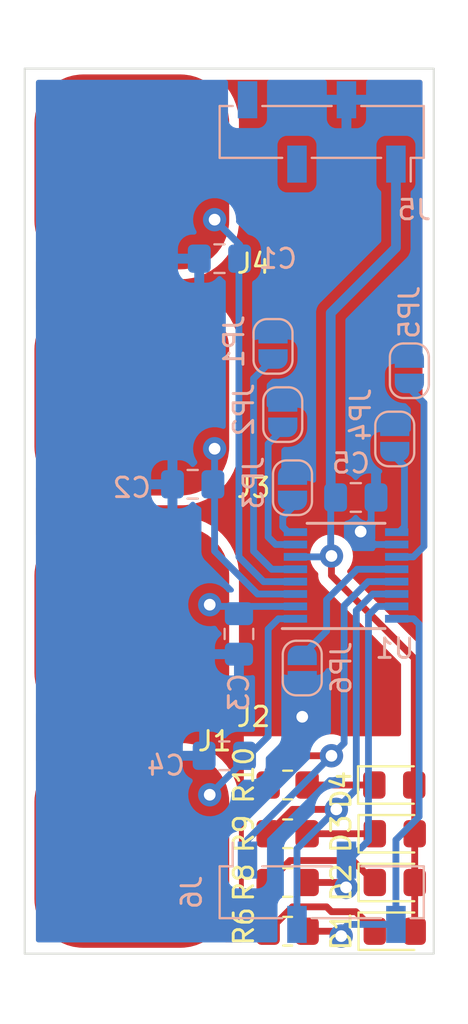
<source format=kicad_pcb>
(kicad_pcb (version 20211014) (generator pcbnew)
  (layers (0 "F.Cu" signal) (31 "B.Cu" signal) (34 "B.Paste" user) (35 "F.Paste" user) (36 "B.SilkS" user "B.Silkscreen") (37 "F.SilkS" user "F.Silkscreen") (38 "B.Mask" user) (39 "F.Mask" user) (44 "Edge.Cuts" user))
  (net 0 "")
  (net 1 "Net-(C1-Pad1)")
  (net 2 "GND")
  (net 3 "Net-(C2-Pad1)")
  (net 4 "Net-(C3-Pad1)")
  (net 5 "Net-(C4-Pad1)")
  (net 6 "+5V")
  (net 7 "Net-(D1-Pad1)")
  (net 8 "Net-(D2-Pad1)")
  (net 9 "Net-(D3-Pad1)")
  (net 10 "Net-(D4-Pad1)")
  (net 13 "Net-(J6-Pad1)")
  (net 14 "Net-(J6-Pad2)")
  (net 15 "Net-(J6-Pad3)")
  (net 16 "Net-(J6-Pad4)")
  (net 17 "Net-(JP1-Pad2)")
  (net 18 "Net-(JP2-Pad2)")
  (net 19 "Net-(JP3-Pad2)")
  (net 20 "Net-(JP4-Pad2)")
  (net 21 "Net-(JP5-Pad2)")
  (net 22 "Net-(JP6-Pad2)")
  (footprint "custom:cap_button" (layer "F.Cu") (at 105.5 55.3)
    (fp_text reference "J4" (at 6.25 4.7 unlocked) (layer "F.SilkS"))
    (fp_text value "Conn_01x01_Male")
    (pad "1" smd roundrect (at 0 0) (size 10 10) (layers "F.Cu" "F.Paste" "F.Mask") (net 1 "Net-(C1-Pad1)"))
  )
  (footprint "custom:cap_button" (layer "F.Cu") (at 105.5 90.1)
    (fp_text reference "J1" (at 4.25 -5.6 unlocked) (layer "F.SilkS"))
    (fp_text value "Conn_01x01_Male")
    (pad "1" smd roundrect (at 0 0) (size 10 10) (layers "F.Cu" "F.Paste" "F.Mask") (net 5 "Net-(C4-Pad1)"))
  )
  (footprint "Resistor_SMD:R_0805_2012Metric_Pad1.20x1.40mm_HandSolder" (layer "F.Cu") (at 113.5 94.25 180)
    (fp_text reference "R6" (at 2.25 0.25 90) (layer "F.SilkS"))
    (fp_text value "2.1K")
    (fp_line (start -0.227064 -0.735) (end 0.227064 -0.735) (layer "F.SilkS") (width 0.12))
    (fp_line (start -0.227064 0.735) (end 0.227064 0.735) (layer "F.SilkS") (width 0.12))
    (pad "1" smd roundrect (at -1 0 180) (size 1.2 1.4) (layers "F.Cu" "F.Paste" "F.Mask") (roundrect_rratio 0.208333) (net 16 "Net-(J6-Pad4)"))
    (pad "2" smd roundrect (at 1 0 180) (size 1.2 1.4) (layers "F.Cu" "F.Paste" "F.Mask") (roundrect_rratio 0.208333) (net 7 "Net-(D1-Pad1)"))
  )
  (footprint "custom:cap_button" (layer "F.Cu") (at 105.5 66.9)
    (fp_text reference "J3" (at 6.25 4.6 unlocked) (layer "F.SilkS"))
    (fp_text value "Conn_01x01_Male")
    (pad "1" smd roundrect (at 0 0) (size 10 10) (layers "F.Cu" "F.Paste" "F.Mask") (net 3 "Net-(C2-Pad1)"))
  )
  (footprint "Diode_SMD:D_0805_2012Metric_Pad1.15x1.40mm_HandSolder" (layer "F.Cu") (at 119 91.75)
    (fp_text reference "D2" (at -2.75 0 90) (layer "F.SilkS"))
    (fp_text value "LED")
    (fp_line (start 1 -0.96) (end -1.86 -0.96) (layer "F.SilkS") (width 0.12))
    (fp_line (start -1.86 -0.96) (end -1.86 0.96) (layer "F.SilkS") (width 0.12))
    (fp_line (start -1.86 0.96) (end 1 0.96) (layer "F.SilkS") (width 0.12))
    (pad "1" smd roundrect (at -1.025 0) (size 1.15 1.4) (layers "F.Cu" "F.Paste" "F.Mask") (roundrect_rratio 0.217391) (net 8 "Net-(D2-Pad1)"))
    (pad "2" smd roundrect (at 1.025 0) (size 1.15 1.4) (layers "F.Cu" "F.Paste" "F.Mask") (roundrect_rratio 0.217391) (net 6 "+5V"))
  )
  (footprint "Diode_SMD:D_0805_2012Metric_Pad1.15x1.40mm_HandSolder" (layer "F.Cu") (at 119 94.25)
    (fp_text reference "D1" (at -2.75 0 90) (layer "F.SilkS"))
    (fp_text value "LED")
    (fp_line (start 1 -0.96) (end -1.86 -0.96) (layer "F.SilkS") (width 0.12))
    (fp_line (start -1.86 0.96) (end 1 0.96) (layer "F.SilkS") (width 0.12))
    (fp_line (start -1.86 -0.96) (end -1.86 0.96) (layer "F.SilkS") (width 0.12))
    (pad "1" smd roundrect (at -1.025 0) (size 1.15 1.4) (layers "F.Cu" "F.Paste" "F.Mask") (roundrect_rratio 0.217391) (net 7 "Net-(D1-Pad1)"))
    (pad "2" smd roundrect (at 1.025 0) (size 1.15 1.4) (layers "F.Cu" "F.Paste" "F.Mask") (roundrect_rratio 0.217391) (net 6 "+5V"))
  )
  (footprint "Diode_SMD:D_0805_2012Metric_Pad1.15x1.40mm_HandSolder" (layer "F.Cu") (at 118.975 86.75)
    (fp_text reference "D4" (at -2.725 0.25 90) (layer "F.SilkS"))
    (fp_text value "LED")
    (fp_line (start -1.86 -0.96) (end -1.86 0.96) (layer "F.SilkS") (width 0.12))
    (fp_line (start 1 -0.96) (end -1.86 -0.96) (layer "F.SilkS") (width 0.12))
    (fp_line (start -1.86 0.96) (end 1 0.96) (layer "F.SilkS") (width 0.12))
    (pad "1" smd roundrect (at -1.025 0) (size 1.15 1.4) (layers "F.Cu" "F.Paste" "F.Mask") (roundrect_rratio 0.217391) (net 10 "Net-(D4-Pad1)"))
    (pad "2" smd roundrect (at 1.025 0) (size 1.15 1.4) (layers "F.Cu" "F.Paste" "F.Mask") (roundrect_rratio 0.217391) (net 6 "+5V"))
  )
  (footprint "custom:cap_button" (layer "F.Cu") (at 105.5 78.5)
    (fp_text reference "J2" (at 6.25 4.75 unlocked) (layer "F.SilkS"))
    (fp_text value "Conn_01x01_Male")
    (pad "1" smd roundrect (at 0 0) (size 10 10) (layers "F.Cu" "F.Paste" "F.Mask") (net 4 "Net-(C3-Pad1)"))
  )
  (footprint "Diode_SMD:D_0805_2012Metric_Pad1.15x1.40mm_HandSolder" (layer "F.Cu") (at 119 89.25)
    (fp_text reference "D3" (at -2.75 0 90) (layer "F.SilkS"))
    (fp_text value "LED")
    (fp_line (start -1.86 0.96) (end 1 0.96) (layer "F.SilkS") (width 0.12))
    (fp_line (start -1.86 -0.96) (end -1.86 0.96) (layer "F.SilkS") (width 0.12))
    (fp_line (start 1 -0.96) (end -1.86 -0.96) (layer "F.SilkS") (width 0.12))
    (pad "1" smd roundrect (at -1.025 0) (size 1.15 1.4) (layers "F.Cu" "F.Paste" "F.Mask") (roundrect_rratio 0.217391) (net 9 "Net-(D3-Pad1)"))
    (pad "2" smd roundrect (at 1.025 0) (size 1.15 1.4) (layers "F.Cu" "F.Paste" "F.Mask") (roundrect_rratio 0.217391) (net 6 "+5V"))
  )
  (footprint "Resistor_SMD:R_0805_2012Metric_Pad1.20x1.40mm_HandSolder" (layer "F.Cu") (at 113.5 91.75 180)
    (fp_text reference "R8" (at 2.25 0 90) (layer "F.SilkS"))
    (fp_text value "2.1K")
    (fp_line (start -0.227064 -0.735) (end 0.227064 -0.735) (layer "F.SilkS") (width 0.12))
    (fp_line (start -0.227064 0.735) (end 0.227064 0.735) (layer "F.SilkS") (width 0.12))
    (pad "1" smd roundrect (at -1 0 180) (size 1.2 1.4) (layers "F.Cu" "F.Paste" "F.Mask") (roundrect_rratio 0.208333) (net 15 "Net-(J6-Pad3)"))
    (pad "2" smd roundrect (at 1 0 180) (size 1.2 1.4) (layers "F.Cu" "F.Paste" "F.Mask") (roundrect_rratio 0.208333) (net 8 "Net-(D2-Pad1)"))
  )
  (footprint "Resistor_SMD:R_0805_2012Metric_Pad1.20x1.40mm_HandSolder" (layer "F.Cu") (at 113.5 89.25)
    (fp_text reference "R9" (at -2.25 0 90) (layer "F.SilkS"))
    (fp_text value "2.1K")
    (fp_line (start -0.227064 -0.735) (end 0.227064 -0.735) (layer "F.SilkS") (width 0.12))
    (fp_line (start -0.227064 0.735) (end 0.227064 0.735) (layer "F.SilkS") (width 0.12))
    (pad "1" smd roundrect (at -1 0) (size 1.2 1.4) (layers "F.Cu" "F.Paste" "F.Mask") (roundrect_rratio 0.208333) (net 14 "Net-(J6-Pad2)"))
    (pad "2" smd roundrect (at 1 0) (size 1.2 1.4) (layers "F.Cu" "F.Paste" "F.Mask") (roundrect_rratio 0.208333) (net 9 "Net-(D3-Pad1)"))
  )
  (footprint "Resistor_SMD:R_0805_2012Metric_Pad1.20x1.40mm_HandSolder" (layer "F.Cu") (at 113.5 86.75)
    (fp_text reference "R10" (at -2.25 -0.5 90) (layer "F.SilkS"))
    (fp_text value "2.1K")
    (fp_line (start -0.227064 0.735) (end 0.227064 0.735) (layer "F.SilkS") (width 0.12))
    (fp_line (start -0.227064 -0.735) (end 0.227064 -0.735) (layer "F.SilkS") (width 0.12))
    (pad "1" smd roundrect (at -1 0) (size 1.2 1.4) (layers "F.Cu" "F.Paste" "F.Mask") (roundrect_rratio 0.208333) (net 13 "Net-(J6-Pad1)"))
    (pad "2" smd roundrect (at 1 0) (size 1.2 1.4) (layers "F.Cu" "F.Paste" "F.Mask") (roundrect_rratio 0.208333) (net 10 "Net-(D4-Pad1)"))
  )
  (footprint "Connector_PinSocket_2.54mm:PinSocket_1x04_P2.54mm_Vertical_SMD_Pin1Left" (layer "B.Cu") (at 115.25 53.25 90)
    (fp_text reference "J5" (at -4 4.75 180) (layer "B.SilkS") (effects (justify mirror)))
    (fp_text value "Conn_01x04_Male")
    (fp_line (start 1.33 0.51) (end 1.33 -3.05) (layer "B.SilkS") (width 0.12))
    (fp_line (start -1.33 5.24) (end 1.33 5.24) (layer "B.SilkS") (width 0.12))
    (fp_line (start 1.33 5.24) (end 1.33 2.03) (layer "B.SilkS") (width 0.12))
    (fp_line (start -1.33 5.24) (end -1.33 4.57) (layer "B.SilkS") (width 0.12))
    (fp_line (start -1.33 -2.03) (end -1.33 -5.24) (layer "B.SilkS") (width 0.12))
    (fp_line (start 1.33 -4.57) (end 1.33 -5.24) (layer "B.SilkS") (width 0.12))
    (fp_line (start -1.33 -5.24) (end 1.33 -5.24) (layer "B.SilkS") (width 0.12))
    (fp_line (start -1.33 3.05) (end -1.33 -0.51) (layer "B.SilkS") (width 0.12))
    (fp_line (start -2.54 4.57) (end -1.33 4.57) (layer "B.SilkS") (width 0.12))
    (pad "1" smd rect (at -1.65 3.81 90) (size 1.9 1) (layers "B.Cu" "B.Paste" "B.Mask") (net 6 "+5V"))
    (pad "2" smd rect (at 1.65 1.27 90) (size 1.9 1) (layers "B.Cu" "B.Paste" "B.Mask") (net 2 "GND"))
    (pad "3" smd rect (at -1.65 -1.27 90) (size 1.9 1) (layers "B.Cu" "B.Paste" "B.Mask"))
    (pad "4" smd rect (at 1.65 -3.81 90) (size 1.9 1) (layers "B.Cu" "B.Paste" "B.Mask"))
  )
  (footprint "Capacitor_SMD:C_0805_2012Metric_Pad1.18x1.45mm_HandSolder" (layer "B.Cu") (at 111 79 -90)
    (fp_text reference "C3" (at 3 0 90) (layer "B.SilkS") (effects (justify mirror)))
    (fp_text value "15pF")
    (fp_line (start -0.261252 0.735) (end 0.261252 0.735) (layer "B.SilkS") (width 0.12))
    (fp_line (start -0.261252 -0.735) (end 0.261252 -0.735) (layer "B.SilkS") (width 0.12))
    (pad "1" smd roundrect (at -1.0375 0 270) (size 1.175 1.45) (layers "B.Cu" "B.Paste" "B.Mask") (roundrect_rratio 0.212766) (net 4 "Net-(C3-Pad1)"))
    (pad "2" smd roundrect (at 1.0375 0 270) (size 1.175 1.45) (layers "B.Cu" "B.Paste" "B.Mask") (roundrect_rratio 0.212766) (net 2 "GND"))
  )
  (footprint "Capacitor_SMD:C_0805_2012Metric_Pad1.18x1.45mm_HandSolder" (layer "B.Cu") (at 110.25 85.25 180)
    (fp_text reference "C4" (at 3 -0.5) (layer "B.SilkS") (effects (justify mirror)))
    (fp_text value "15pF")
    (fp_line (start -0.261252 0.735) (end 0.261252 0.735) (layer "B.SilkS") (width 0.12))
    (fp_line (start -0.261252 -0.735) (end 0.261252 -0.735) (layer "B.SilkS") (width 0.12))
    (pad "1" smd roundrect (at -1.0375 0 180) (size 1.175 1.45) (layers "B.Cu" "B.Paste" "B.Mask") (roundrect_rratio 0.212766) (net 5 "Net-(C4-Pad1)"))
    (pad "2" smd roundrect (at 1.0375 0 180) (size 1.175 1.45) (layers "B.Cu" "B.Paste" "B.Mask") (roundrect_rratio 0.212766) (net 2 "GND"))
  )
  (footprint "Jumper:SolderJumper-2_P1.3mm_Open_RoundedPad1.0x1.5mm" (layer "B.Cu") (at 113.75 71.5 -90)
    (fp_text reference "JP3" (at -0.25 2 90) (layer "B.SilkS") (effects (justify mirror)))
    (fp_text value "SolderJumper_2_Open")
    (fp_line (start -1.4 -0.3) (end -1.4 0.3) (layer "B.SilkS") (width 0.12))
    (fp_line (start 1.4 0.3) (end 1.4 -0.3) (layer "B.SilkS") (width 0.12))
    (fp_line (start -0.7 1) (end 0.7 1) (layer "B.SilkS") (width 0.12))
    (fp_line (start 0.7 -1) (end -0.7 -1) (layer "B.SilkS") (width 0.12))
    (fp_arc (start 1.4 0.3) (mid 1.194975 0.794975) (end 0.7 1) (layer "B.SilkS") (width 0.12))
    (fp_arc (start -1.4 -0.3) (mid -1.194975 -0.794975) (end -0.7 -1) (layer "B.SilkS") (width 0.12))
    (fp_arc (start 0.7 -1) (mid 1.194975 -0.794975) (end 1.4 -0.3) (layer "B.SilkS") (width 0.12))
    (fp_arc (start -0.7 1) (mid -1.194975 0.794975) (end -1.4 0.3) (layer "B.SilkS") (width 0.12))
    (pad "1" smd custom (at -0.65 0 270) (size 1 0.5) (layers "B.Cu" "B.Mask") (net 2 "GND") (options (clearance outline) (anchor rect)) (primitives (gr_circle (center 0 -0.25) (end 0.5 -0.25) (width 0) (fill yes)) (gr_circle (center 0 0.25) (end 0.5 0.25) (width 0) (fill yes)) (gr_poly (pts (xy 0.5 -0.75) (xy 0 -0.75) (xy 0 0.75) (xy 0.5 0.75)) (width 0) (fill yes))))
    (pad "2" smd custom (at 0.65 0 270) (size 1 0.5) (layers "B.Cu" "B.Mask") (net 19 "Net-(JP3-Pad2)") (options (clearance outline) (anchor rect)) (primitives (gr_circle (center 0 -0.25) (end 0.5 -0.25) (width 0) (fill yes)) (gr_circle (center 0 0.25) (end 0.5 0.25) (width 0) (fill yes)) (gr_poly (pts (xy 0 -0.75) (xy -0.5 -0.75) (xy -0.5 0.75) (xy 0 0.75)) (width 0) (fill yes))))
  )
  (footprint "Jumper:SolderJumper-2_P1.3mm_Open_RoundedPad1.0x1.5mm" (layer "B.Cu") (at 119.75 65.5 -90)
    (fp_text reference "JP5" (at -3 0 90) (layer "B.SilkS") (effects (justify mirror)))
    (fp_text value "SolderJumper_2_Open")
    (fp_line (start -0.7 1) (end 0.7 1) (layer "B.SilkS") (width 0.12))
    (fp_line (start 1.4 0.3) (end 1.4 -0.3) (layer "B.SilkS") (width 0.12))
    (fp_line (start 0.7 -1) (end -0.7 -1) (layer "B.SilkS") (width 0.12))
    (fp_line (start -1.4 -0.3) (end -1.4 0.3) (layer "B.SilkS") (width 0.12))
    (fp_arc (start -0.7 1) (mid -1.194975 0.794975) (end -1.4 0.3) (layer "B.SilkS") (width 0.12))
    (fp_arc (start -1.4 -0.3) (mid -1.194975 -0.794975) (end -0.7 -1) (layer "B.SilkS") (width 0.12))
    (fp_arc (start 1.4 0.3) (mid 1.194975 0.794975) (end 0.7 1) (layer "B.SilkS") (width 0.12))
    (fp_arc (start 0.7 -1) (mid 1.194975 -0.794975) (end 1.4 -0.3) (layer "B.SilkS") (width 0.12))
    (pad "1" smd custom (at -0.65 0 270) (size 1 0.5) (layers "B.Cu" "B.Mask") (net 2 "GND") (options (clearance outline) (anchor rect)) (primitives (gr_circle (center 0 -0.25) (end 0.5 -0.25) (width 0) (fill yes)) (gr_circle (center 0 0.25) (end 0.5 0.25) (width 0) (fill yes)) (gr_poly (pts (xy 0.5 -0.75) (xy 0 -0.75) (xy 0 0.75) (xy 0.5 0.75)) (width 0) (fill yes))))
    (pad "2" smd custom (at 0.65 0 270) (size 1 0.5) (layers "B.Cu" "B.Mask") (net 21 "Net-(JP5-Pad2)") (options (clearance outline) (anchor rect)) (primitives (gr_circle (center 0 -0.25) (end 0.5 -0.25) (width 0) (fill yes)) (gr_circle (center 0 0.25) (end 0.5 0.25) (width 0) (fill yes)) (gr_poly (pts (xy 0 -0.75) (xy -0.5 -0.75) (xy -0.5 0.75) (xy 0 0.75)) (width 0) (fill yes))))
  )
  (footprint "Jumper:SolderJumper-2_P1.3mm_Open_RoundedPad1.0x1.5mm" (layer "B.Cu") (at 119 69 -90)
    (fp_text reference "JP4" (at -1.25 1.75 -90) (layer "B.SilkS") (effects (justify mirror)))
    (fp_text value "SolderJumper_2_Open")
    (fp_line (start 0.7 -1) (end -0.7 -1) (layer "B.SilkS") (width 0.12))
    (fp_line (start -1.4 -0.3) (end -1.4 0.3) (layer "B.SilkS") (width 0.12))
    (fp_line (start 1.4 0.3) (end 1.4 -0.3) (layer "B.SilkS") (width 0.12))
    (fp_line (start -0.7 1) (end 0.7 1) (layer "B.SilkS") (width 0.12))
    (fp_arc (start 1.4 0.3) (mid 1.194975 0.794975) (end 0.7 1) (layer "B.SilkS") (width 0.12))
    (fp_arc (start -1.4 -0.3) (mid -1.194975 -0.794975) (end -0.7 -1) (layer "B.SilkS") (width 0.12))
    (fp_arc (start 0.7 -1) (mid 1.194975 -0.794975) (end 1.4 -0.3) (layer "B.SilkS") (width 0.12))
    (fp_arc (start -0.7 1) (mid -1.194975 0.794975) (end -1.4 0.3) (layer "B.SilkS") (width 0.12))
    (pad "1" smd custom (at -0.65 0 270) (size 1 0.5) (layers "B.Cu" "B.Mask") (net 2 "GND") (options (clearance outline) (anchor rect)) (primitives (gr_circle (center 0 -0.25) (end 0.5 -0.25) (width 0) (fill yes)) (gr_circle (center 0 0.25) (end 0.5 0.25) (width 0) (fill yes)) (gr_poly (pts (xy 0.5 -0.75) (xy 0 -0.75) (xy 0 0.75) (xy 0.5 0.75)) (width 0) (fill yes))))
    (pad "2" smd custom (at 0.65 0 270) (size 1 0.5) (layers "B.Cu" "B.Mask") (net 20 "Net-(JP4-Pad2)") (options (clearance outline) (anchor rect)) (primitives (gr_circle (center 0 -0.25) (end 0.5 -0.25) (width 0) (fill yes)) (gr_circle (center 0 0.25) (end 0.5 0.25) (width 0) (fill yes)) (gr_poly (pts (xy 0 -0.75) (xy -0.5 -0.75) (xy -0.5 0.75) (xy 0 0.75)) (width 0) (fill yes))))
  )
  (footprint "Connector_PinSocket_2.54mm:PinSocket_1x04_P2.54mm_Vertical_SMD_Pin1Left" (layer "B.Cu") (at 115.25 92.25 -90)
    (fp_text reference "J6" (at 0 6.68 90) (layer "B.SilkS") (effects (justify mirror)))
    (fp_text value "Conn_01x04_Male")
    (fp_line (start 1.33 0.51) (end 1.33 -3.05) (layer "B.SilkS") (width 0.12))
    (fp_line (start -2.54 4.57) (end -1.33 4.57) (layer "B.SilkS") (width 0.12))
    (fp_line (start 1.33 -4.57) (end 1.33 -5.24) (layer "B.SilkS") (width 0.12))
    (fp_line (start -1.33 5.24) (end -1.33 4.57) (layer "B.SilkS") (width 0.12))
    (fp_line (start -1.33 -2.03) (end -1.33 -5.24) (layer "B.SilkS") (width 0.12))
    (fp_line (start -1.33 5.24) (end 1.33 5.24) (layer "B.SilkS") (width 0.12))
    (fp_line (start -1.33 3.05) (end -1.33 -0.51) (layer "B.SilkS") (width 0.12))
    (fp_line (start 1.33 5.24) (end 1.33 2.03) (layer "B.SilkS") (width 0.12))
    (fp_line (start -1.33 -5.24) (end 1.33 -5.24) (layer "B.SilkS") (width 0.12))
    (pad "1" smd rect (at -1.65 3.81 270) (size 1.9 1) (layers "B.Cu" "B.Paste" "B.Mask") (net 13 "Net-(J6-Pad1)"))
    (pad "2" smd rect (at 1.65 1.27 270) (size 1.9 1) (layers "B.Cu" "B.Paste" "B.Mask") (net 14 "Net-(J6-Pad2)"))
    (pad "3" smd rect (at -1.65 -1.27 270) (size 1.9 1) (layers "B.Cu" "B.Paste" "B.Mask") (net 15 "Net-(J6-Pad3)"))
    (pad "4" smd rect (at 1.65 -3.81 270) (size 1.9 1) (layers "B.Cu" "B.Paste" "B.Mask") (net 16 "Net-(J6-Pad4)"))
  )
  (footprint "Jumper:SolderJumper-2_P1.3mm_Open_RoundedPad1.0x1.5mm" (layer "B.Cu") (at 114.25 80.75 90)
    (fp_text reference "JP6" (at 0 2 90) (layer "B.SilkS") (effects (justify mirror)))
    (fp_text value "SolderJumper_2_Open")
    (fp_line (start 0.7 -1) (end -0.7 -1) (layer "B.SilkS") (width 0.12))
    (fp_line (start -0.7 1) (end 0.7 1) (layer "B.SilkS") (width 0.12))
    (fp_line (start 1.4 0.3) (end 1.4 -0.3) (layer "B.SilkS") (width 0.12))
    (fp_line (start -1.4 -0.3) (end -1.4 0.3) (layer "B.SilkS") (width 0.12))
    (fp_arc (start 0.7 -1) (mid 1.194975 -0.794975) (end 1.4 -0.3) (layer "B.SilkS") (width 0.12))
    (fp_arc (start 1.4 0.3) (mid 1.194975 0.794975) (end 0.7 1) (layer "B.SilkS") (width 0.12))
    (fp_arc (start -1.4 -0.3) (mid -1.194975 -0.794975) (end -0.7 -1) (layer "B.SilkS") (width 0.12))
    (fp_arc (start -0.7 1) (mid -1.194975 0.794975) (end -1.4 0.3) (layer "B.SilkS") (width 0.12))
    (pad "1" smd custom (at -0.65 0 90) (size 1 0.5) (layers "B.Cu" "B.Mask") (net 2 "GND") (options (clearance outline) (anchor rect)) (primitives (gr_circle (center 0 -0.25) (end 0.5 -0.25) (width 0) (fill yes)) (gr_circle (center 0 0.25) (end 0.5 0.25) (width 0) (fill yes)) (gr_poly (pts (xy 0.5 -0.75) (xy 0 -0.75) (xy 0 0.75) (xy 0.5 0.75)) (width 0) (fill yes))))
    (pad "2" smd custom (at 0.65 0 90) (size 1 0.5) (layers "B.Cu" "B.Mask") (net 22 "Net-(JP6-Pad2)") (options (clearance outline) (anchor rect)) (primitives (gr_circle (center 0 -0.25) (end 0.5 -0.25) (width 0) (fill yes)) (gr_circle (center 0 0.25) (end 0.5 0.25) (width 0) (fill yes)) (gr_poly (pts (xy 0 -0.75) (xy -0.5 -0.75) (xy -0.5 0.75) (xy 0 0.75)) (width 0) (fill yes))))
  )
  (footprint "Capacitor_SMD:C_0805_2012Metric_Pad1.18x1.45mm_HandSolder" (layer "B.Cu") (at 108.625 71.325 180)
    (fp_text reference "C2" (at 3.125 -0.175 180) (layer "B.SilkS") (effects (justify mirror)))
    (fp_text value "15pF")
    (fp_line (start -0.261252 -0.735) (end 0.261252 -0.735) (layer "B.SilkS") (width 0.12))
    (fp_line (start -0.261252 0.735) (end 0.261252 0.735) (layer "B.SilkS") (width 0.12))
    (pad "1" smd roundrect (at -1.0375 0 180) (size 1.175 1.45) (layers "B.Cu" "B.Paste" "B.Mask") (roundrect_rratio 0.212766) (net 3 "Net-(C2-Pad1)"))
    (pad "2" smd roundrect (at 1.0375 0 180) (size 1.175 1.45) (layers "B.Cu" "B.Paste" "B.Mask") (roundrect_rratio 0.212766) (net 2 "GND"))
  )
  (footprint "Jumper:SolderJumper-2_P1.3mm_Open_RoundedPad1.0x1.5mm" (layer "B.Cu") (at 112.75 64.25 -90)
    (fp_text reference "JP1" (at -0.25 2 -90) (layer "B.SilkS") (effects (justify mirror)))
    (fp_text value "SolderJumper_2_Open")
    (fp_line (start 0.7 -1) (end -0.7 -1) (layer "B.SilkS") (width 0.12))
    (fp_line (start -0.7 1) (end 0.7 1) (layer "B.SilkS") (width 0.12))
    (fp_line (start -1.4 -0.3) (end -1.4 0.3) (layer "B.SilkS") (width 0.12))
    (fp_line (start 1.4 0.3) (end 1.4 -0.3) (layer "B.SilkS") (width 0.12))
    (fp_arc (start -0.7 1) (mid -1.194975 0.794975) (end -1.4 0.3) (layer "B.SilkS") (width 0.12))
    (fp_arc (start -1.4 -0.3) (mid -1.194975 -0.794975) (end -0.7 -1) (layer "B.SilkS") (width 0.12))
    (fp_arc (start 1.4 0.3) (mid 1.194975 0.794975) (end 0.7 1) (layer "B.SilkS") (width 0.12))
    (fp_arc (start 0.7 -1) (mid 1.194975 -0.794975) (end 1.4 -0.3) (layer "B.SilkS") (width 0.12))
    (pad "1" smd custom (at -0.65 0 270) (size 1 0.5) (layers "B.Cu" "B.Mask") (net 2 "GND") (options (clearance outline) (anchor rect)) (primitives (gr_circle (center 0 -0.25) (end 0.5 -0.25) (width 0) (fill yes)) (gr_circle (center 0 0.25) (end 0.5 0.25) (width 0) (fill yes)) (gr_poly (pts (xy 0.5 -0.75) (xy 0 -0.75) (xy 0 0.75) (xy 0.5 0.75)) (width 0) (fill yes))))
    (pad "2" smd custom (at 0.65 0 270) (size 1 0.5) (layers "B.Cu" "B.Mask") (net 17 "Net-(JP1-Pad2)") (options (clearance outline) (anchor rect)) (primitives (gr_circle (center 0 -0.25) (end 0.5 -0.25) (width 0) (fill yes)) (gr_circle (center 0 0.25) (end 0.5 0.25) (width 0) (fill yes)) (gr_poly (pts (xy 0 -0.75) (xy -0.5 -0.75) (xy -0.5 0.75) (xy 0 0.75)) (width 0) (fill yes))))
  )
  (footprint "Package_SO:SSOP-16_3.9x4.9mm_P0.635mm" (layer "B.Cu") (at 116.5 76)
    (fp_text reference "U1" (at 2.5 3.75) (layer "B.SilkS") (effects (justify mirror)))
    (fp_text value "TTP224N-BSB")
    (fp_line (start -2 -2.675) (end 2 -2.675) (layer "B.SilkS") (width 0.15))
    (fp_line (start -3.275 2.725) (end 2 2.725) (layer "B.SilkS") (width 0.15))
    (pad "1" smd rect (at -2.6 2.2225) (size 1.2 0.4) (layers "B.Cu" "B.Paste" "B.Mask") (net 5 "Net-(C4-Pad1)"))
    (pad "2" smd rect (at -2.6 1.5875) (size 1.2 0.4) (layers "B.Cu" "B.Paste" "B.Mask") (net 4 "Net-(C3-Pad1)"))
    (pad "3" smd rect (at -2.6 0.9525) (size 1.2 0.4) (layers "B.Cu" "B.Paste" "B.Mask") (net 3 "Net-(C2-Pad1)"))
    (pad "4" smd rect (at -2.6 0.3175) (size 1.2 0.4) (layers "B.Cu" "B.Paste" "B.Mask") (net 1 "Net-(C1-Pad1)"))
    (pad "5" smd rect (at -2.6 -0.3175) (size 1.2 0.4) (layers "B.Cu" "B.Paste" "B.Mask") (net 17 "Net-(JP1-Pad2)"))
    (pad "6" smd rect (at -2.6 -0.9525) (size 1.2 0.4) (layers "B.Cu" "B.Paste" "B.Mask") (net 6 "+5V"))
    (pad "7" smd rect (at -2.6 -1.5875) (size 1.2 0.4) (layers "B.Cu" "B.Paste" "B.Mask") (net 18 "Net-(JP2-Pad2)"))
    (pad "8" smd rect (at -2.6 -2.2225) (size 1.2 0.4) (layers "B.Cu" "B.Paste" "B.Mask") (net 19 "Net-(JP3-Pad2)"))
    (pad "9" smd rect (at 2.6 -2.2225) (size 1.2 0.4) (layers "B.Cu" "B.Paste" "B.Mask") (net 20 "Net-(JP4-Pad2)"))
    (pad "10" smd rect (at 2.6 -1.5875) (size 1.2 0.4) (layers "B.Cu" "B.Paste" "B.Mask") (net 2 "GND"))
    (pad "11" smd rect (at 2.6 -0.9525) (size 1.2 0.4) (layers "B.Cu" "B.Paste" "B.Mask") (net 21 "Net-(JP5-Pad2)"))
    (pad "12" smd rect (at 2.6 -0.3175) (size 1.2 0.4) (layers "B.Cu" "B.Paste" "B.Mask") (net 22 "Net-(JP6-Pad2)"))
    (pad "13" smd rect (at 2.6 0.3175) (size 1.2 0.4) (layers "B.Cu" "B.Paste" "B.Mask") (net 13 "Net-(J6-Pad1)"))
    (pad "14" smd rect (at 2.6 0.9525) (size 1.2 0.4) (layers "B.Cu" "B.Paste" "B.Mask") (net 14 "Net-(J6-Pad2)"))
    (pad "15" smd rect (at 2.6 1.5875) (size 1.2 0.4) (layers "B.Cu" "B.Paste" "B.Mask") (net 15 "Net-(J6-Pad3)"))
    (pad "16" smd rect (at 2.6 2.2225) (size 1.2 0.4) (layers "B.Cu" "B.Paste" "B.Mask") (net 16 "Net-(J6-Pad4)"))
  )
  (footprint "Capacitor_SMD:C_0805_2012Metric_Pad1.18x1.45mm_HandSolder" (layer "B.Cu") (at 117 72)
    (fp_text reference "C5" (at -0.25 -1.75) (layer "B.SilkS") (effects (justify mirror)))
    (fp_text value "100nF 50V")
    (fp_line (start -0.261252 -0.735) (end 0.261252 -0.735) (layer "B.SilkS") (width 0.12))
    (fp_line (start -0.261252 0.735) (end 0.261252 0.735) (layer "B.SilkS") (width 0.12))
    (pad "1" smd roundrect (at -1.0375 0) (size 1.175 1.45) (layers "B.Cu" "B.Paste" "B.Mask") (roundrect_rratio 0.212766) (net 6 "+5V"))
    (pad "2" smd roundrect (at 1.0375 0) (size 1.175 1.45) (layers "B.Cu" "B.Paste" "B.Mask") (roundrect_rratio 0.212766) (net 2 "GND"))
  )
  (footprint "Jumper:SolderJumper-2_P1.3mm_Open_RoundedPad1.0x1.5mm" (layer "B.Cu") (at 113.25 67.75 -90)
    (fp_text reference "JP2" (at -0.25 2 -90) (layer "B.SilkS") (effects (justify mirror)))
    (fp_text value "SolderJumper_2_Open")
    (fp_line (start 0.7 -1) (end -0.7 -1) (layer "B.SilkS") (width 0.12))
    (fp_line (start -0.7 1) (end 0.7 1) (layer "B.SilkS") (width 0.12))
    (fp_line (start 1.4 0.3) (end 1.4 -0.3) (layer "B.SilkS") (width 0.12))
    (fp_line (start -1.4 -0.3) (end -1.4 0.3) (layer "B.SilkS") (width 0.12))
    (fp_arc (start -1.4 -0.3) (mid -1.194975 -0.794975) (end -0.7 -1) (layer "B.SilkS") (width 0.12))
    (fp_arc (start 1.4 0.3) (mid 1.194975 0.794975) (end 0.7 1) (layer "B.SilkS") (width 0.12))
    (fp_arc (start 0.7 -1) (mid 1.194975 -0.794975) (end 1.4 -0.3) (layer "B.SilkS") (width 0.12))
    (fp_arc (start -0.7 1) (mid -1.194975 0.794975) (end -1.4 0.3) (layer "B.SilkS") (width 0.12))
    (pad "1" smd custom (at -0.65 0 270) (size 1 0.5) (layers "B.Cu" "B.Mask") (net 2 "GND") (options (clearance outline) (anchor rect)) (primitives (gr_circle (center 0 -0.25) (end 0.5 -0.25) (width 0) (fill yes)) (gr_circle (center 0 0.25) (end 0.5 0.25) (width 0) (fill yes)) (gr_poly (pts (xy 0.5 -0.75) (xy 0 -0.75) (xy 0 0.75) (xy 0.5 0.75)) (width 0) (fill yes))))
    (pad "2" smd custom (at 0.65 0 270) (size 1 0.5) (layers "B.Cu" "B.Mask") (net 18 "Net-(JP2-Pad2)") (options (clearance outline) (anchor rect)) (primitives (gr_circle (center 0 -0.25) (end 0.5 -0.25) (width 0) (fill yes)) (gr_circle (center 0 0.25) (end 0.5 0.25) (width 0) (fill yes)) (gr_poly (pts (xy 0 -0.75) (xy -0.5 -0.75) (xy -0.5 0.75) (xy 0 0.75)) (width 0) (fill yes))))
  )
  (footprint "Capacitor_SMD:C_0805_2012Metric_Pad1.18x1.45mm_HandSolder" (layer "B.Cu") (at 110 59.75 180)
    (fp_text reference "C1" (at -3 0 180) (layer "B.SilkS") (effects (justify mirror)))
    (fp_text value "15pF")
    (fp_line (start -0.261252 -0.735) (end 0.261252 -0.735) (layer "B.SilkS") (width 0.12))
    (fp_line (start -0.261252 0.735) (end 0.261252 0.735) (layer "B.SilkS") (width 0.12))
    (pad "1" smd roundrect (at -1.0375 0 180) (size 1.175 1.45) (layers "B.Cu" "B.Paste" "B.Mask") (roundrect_rratio 0.212766) (net 1 "Net-(C1-Pad1)"))
    (pad "2" smd roundrect (at 1.0375 0 180) (size 1.175 1.45) (layers "B.Cu" "B.Paste" "B.Mask") (roundrect_rratio 0.212766) (net 2 "GND"))
  )
  (gr_line (start 121 95.4) (end 100 95.4) (layer "Edge.Cuts") (width 0.1))
  (gr_line (start 100 50) (end 121 50) (layer "Edge.Cuts") (width 0.1))
  (gr_line (start 121 95) (end 121 95.4) (layer "Edge.Cuts") (width 0.1))
  (gr_line (start 121 50) (end 121 95) (layer "Edge.Cuts") (width 0.1))
  (gr_line (start 100 95.4) (end 100 50) (layer "Edge.Cuts") (width 0.1))
  (via (at 109.75 57.75) (size 1.2) (drill 0.6) (layers "F.Cu" "B.Cu") (net 1))
  (segment (start 111.0375 59.75) (end 111.0375 59.0375) (width 0.35) (layer "B.Cu") (net 1))
  (segment (start 112.2675 76.3175) (end 113.65 76.3175) (width 0.35) (layer "B.Cu") (net 1))
  (segment (start 111.0375 59.0375) (end 109.75 57.75) (width 0.35) (layer "B.Cu") (net 1))
  (segment (start 111 75.05) (end 112.2675 76.3175) (width 0.35) (layer "B.Cu") (net 1))
  (segment (start 111 59.7875) (end 111 75.05) (width 0.35) (layer "B.Cu") (net 1))
  (via (at 117.25 73.75) (size 1.2) (drill 0.6) (layers "F.Cu" "B.Cu") (net 2))
  (via (at 114.25 83.25) (size 1.2) (drill 0.6) (layers "F.Cu" "B.Cu") (net 2))
  (segment (start 117.25 73.75) (end 117.7875 73.2125) (width 0.35) (layer "B.Cu") (net 2))
  (segment (start 117.9125 74.4125) (end 117.25 73.75) (width 0.35) (layer "B.Cu") (net 2))
  (segment (start 119.1 74.4125) (end 117.9125 74.4125) (width 0.35) (layer "B.Cu") (net 2))
  (segment (start 117.7875 73.2125) (end 117.7875 72) (width 0.35) (layer "B.Cu") (net 2))
  (segment (start 109.75 69.5) (end 108.1 69.5) (width 0.35) (layer "F.Cu") (net 3))
  (segment (start 108.1 69.5) (end 105.5 66.9) (width 0.35) (layer "F.Cu") (net 3))
  (via (at 109.75 69.5) (size 1.2) (drill 0.6) (layers "F.Cu" "B.Cu") (net 3))
  (segment (start 111.9525 76.9525) (end 109.75 74.75) (width 0.35) (layer "B.Cu") (net 3))
  (segment (start 113.65 76.9525) (end 111.9525 76.9525) (width 0.35) (layer "B.Cu") (net 3))
  (segment (start 109.75 74.75) (end 109.75 69.5) (width 0.35) (layer "B.Cu") (net 3))
  (segment (start 106.5 77.5) (end 105.5 78.5) (width 0.35) (layer "F.Cu") (net 4))
  (segment (start 109.5 77.5) (end 106.5 77.5) (width 0.35) (layer "F.Cu") (net 4))
  (via (at 109.5 77.5) (size 1.2) (drill 0.6) (layers "F.Cu" "B.Cu") (net 4))
  (segment (start 113.65 77.5875) (end 109.5875 77.5875) (width 0.35) (layer "B.Cu") (net 4))
  (segment (start 109.5875 77.5875) (end 109.5 77.5) (width 0.35) (layer "B.Cu") (net 4))
  (segment (start 108.35 87.25) (end 105.5 90.1) (width 0.35) (layer "F.Cu") (net 5))
  (segment (start 109.5 87.25) (end 108.35 87.25) (width 0.35) (layer "F.Cu") (net 5))
  (via (at 109.5 87.25) (size 1.2) (drill 0.6) (layers "F.Cu" "B.Cu") (net 5))
  (segment (start 112.5 78.75) (end 112.5 84.25) (width 0.35) (layer "B.Cu") (net 5))
  (segment (start 112.5 84.25) (end 109.5 87.25) (width 0.35) (layer "B.Cu") (net 5))
  (segment (start 113.65 78.2225) (end 113.0275 78.2225) (width 0.35) (layer "B.Cu") (net 5))
  (segment (start 113.0275 78.2225) (end 112.5 78.75) (width 0.35) (layer "B.Cu") (net 5))
  (segment (start 120.025 86.775) (end 120 86.75) (width 0.35) (layer "F.Cu") (net 6))
  (segment (start 115.75 76) (end 115.75 75) (width 0.35) (layer "F.Cu") (net 6))
  (segment (start 120 80.25) (end 115.75 76) (width 0.35) (layer "F.Cu") (net 6))
  (segment (start 120 86.75) (end 120 80.25) (width 0.35) (layer "F.Cu") (net 6))
  (segment (start 120.025 94.25) (end 120.025 86.775) (width 0.35) (layer "F.Cu") (net 6))
  (via (at 115.75 75) (size 1.2) (drill 0.6) (layers "F.Cu" "B.Cu") (net 6))
  (segment (start 115.7125 72) (end 115.7125 62.5375) (width 0.5) (layer "B.Cu") (net 6))
  (segment (start 115.7125 74.9625) (end 115.75 75) (width 0.35) (layer "B.Cu") (net 6))
  (segment (start 115.7125 62.5375) (end 119.06 59.19) (width 0.5) (layer "B.Cu") (net 6))
  (segment (start 119.06 59.19) (end 119.06 54.9) (width 0.5) (layer "B.Cu") (net 6))
  (segment (start 115.7125 72) (end 115.7125 74.9625) (width 0.35) (layer "B.Cu") (net 6))
  (segment (start 114 75.0475) (end 115.8025 75.0475) (width 0.35) (layer "B.Cu") (net 6))
  (segment (start 117 93.25) (end 117.975 94.225) (width 0.35) (layer "F.Cu") (net 7))
  (segment (start 115.75 93.25) (end 117 93.25) (width 0.35) (layer "F.Cu") (net 7))
  (segment (start 112.5 94.25) (end 113.75 93) (width 0.35) (layer "F.Cu") (net 7))
  (segment (start 113.75 93) (end 115.5 93) (width 0.35) (layer "F.Cu") (net 7))
  (segment (start 115.5 93) (end 115.75 93.25) (width 0.35) (layer "F.Cu") (net 7))
  (segment (start 117.975 94.225) (end 117.975 94.25) (width 0.35) (layer "F.Cu") (net 7))
  (segment (start 113.625001 90.624999) (end 116.849999 90.624999) (width 0.35) (layer "F.Cu") (net 8))
  (segment (start 116.849999 90.624999) (end 117.975 91.75) (width 0.35) (layer "F.Cu") (net 8))
  (segment (start 112.5 91.75) (end 113.625001 90.624999) (width 0.35) (layer "F.Cu") (net 8))
  (segment (start 114.5 89.25) (end 117.975 89.25) (width 0.35) (layer "F.Cu") (net 9))
  (segment (start 114.5 86.75) (end 117.95 86.75) (width 0.35) (layer "F.Cu") (net 10))
  (segment (start 112.5 86) (end 113.25 85.25) (width 0.35) (layer "F.Cu") (net 13))
  (segment (start 112.5 86.75) (end 112.5 86) (width 0.35) (layer "F.Cu") (net 13))
  (segment (start 113.25 85.25) (end 115.75 85.25) (width 0.35) (layer "F.Cu") (net 13))
  (via (at 115.75 85.25) (size 1.2) (drill 0.6) (layers "F.Cu" "B.Cu") (net 13))
  (segment (start 119.1 76.3175) (end 117.6325 76.3175) (width 0.35) (layer "B.Cu") (net 13))
  (segment (start 116.4 77.55) (end 116.4 84.6) (width 0.35) (layer "B.Cu") (net 13))
  (segment (start 116.4 84.6) (end 115.75 85.25) (width 0.35) (layer "B.Cu") (net 13))
  (segment (start 115.75 85.25) (end 111.44 89.56) (width 0.35) (layer "B.Cu") (net 13))
  (segment (start 117.6325 76.3175) (end 116.4 77.55) (width 0.35) (layer "B.Cu") (net 13))
  (segment (start 111.44 89.56) (end 111.44 90.6) (width 0.35) (layer "B.Cu") (net 13))
  (segment (start 113.75 88) (end 115.750137 88) (width 0.35) (layer "F.Cu") (net 14))
  (segment (start 112.5 89.25) (end 113.75 88) (width 0.35) (layer "F.Cu") (net 14))
  (segment (start 115.750137 88) (end 115.975637 88.2255) (width 0.35) (layer "F.Cu") (net 14))
  (via (at 116 88) (size 1.2) (drill 0.6) (layers "F.Cu" "B.Cu") (net 14))
  (segment (start 115 89) (end 117.025 86.975) (width 0.35) (layer "B.Cu") (net 14))
  (segment (start 116 88) (end 113.98 90.02) (width 0.35) (layer "B.Cu") (net 14))
  (segment (start 117.025 77.8) (end 117.025 86.975) (width 0.35) (layer "B.Cu") (net 14))
  (segment (start 117.8725 76.9525) (end 117.025 77.8) (width 0.35) (layer "B.Cu") (net 14))
  (segment (start 113.98 90.02) (end 113.98 93.9) (width 0.35) (layer "B.Cu") (net 14))
  (segment (start 119.1 76.9525) (end 117.8725 76.9525) (width 0.35) (layer "B.Cu") (net 14))
  (segment (start 114.5 91.75) (end 116.25 91.75) (width 0.35) (layer "F.Cu") (net 15))
  (segment (start 116.25 91.75) (end 116.5 92) (width 0.35) (layer "F.Cu") (net 15))
  (via (at 116.5 92) (size 1.2) (drill 0.6) (layers "F.Cu" "B.Cu") (net 15))
  (segment (start 118.105 77.5875) (end 117.65 78.0425) (width 0.35) (layer "B.Cu") (net 15))
  (segment (start 117.65 78.0425) (end 117.65 89.6) (width 0.35) (layer "B.Cu") (net 15))
  (segment (start 116.52 90.6) (end 116.52 91.98) (width 0.35) (layer "B.Cu") (net 15))
  (segment (start 117.65 89.6) (end 116.65 90.6) (width 0.35) (layer "B.Cu") (net 15))
  (segment (start 119.1 77.5875) (end 118.105 77.5875) (width 0.35) (layer "B.Cu") (net 15))
  (segment (start 116.65 90.6) (end 116.52 90.6) (width 0.35) (layer "B.Cu") (net 15))
  (segment (start 116.52 91.98) (end 116.5 92) (width 0.35) (layer "B.Cu") (net 15))
  (segment (start 114.5 94.25) (end 116.25 94.25) (width 0.35) (layer "F.Cu") (net 16))
  (via (at 116.25 94.5) (size 1.2) (drill 0.6) (layers "F.Cu" "B.Cu") (net 16))
  (segment (start 119.9725 78.2225) (end 119.1 78.2225) (width 0.35) (layer "B.Cu") (net 16))
  (segment (start 119.06 93.9) (end 116.6 93.9) (width 0.35) (layer "B.Cu") (net 16))
  (segment (start 119.06 93.9) (end 119.06 89.56) (width 0.35) (layer "B.Cu") (net 16))
  (segment (start 116.6 93.9) (end 116.25 94.25) (width 0.35) (layer "B.Cu") (net 16))
  (segment (start 120.25 88.37) (end 120.25 78.5) (width 0.35) (layer "B.Cu") (net 16))
  (segment (start 119.06 89.56) (end 120.25 88.37) (width 0.35) (layer "B.Cu") (net 16))
  (segment (start 120.25 78.5) (end 119.9725 78.2225) (width 0.35) (layer "B.Cu") (net 16))
  (segment (start 113.9 75.6825) (end 112.6825 75.6825) (width 0.35) (layer "B.Cu") (net 17))
  (segment (start 111.75 65.9) (end 112.75 64.9) (width 0.35) (layer "B.Cu") (net 17))
  (segment (start 111.75 74.75) (end 111.75 65.9) (width 0.35) (layer "B.Cu") (net 17))
  (segment (start 112.6825 75.6825) (end 111.75 74.75) (width 0.35) (layer "B.Cu") (net 17))
  (segment (start 113.9 74.4125) (end 112.885 74.4125) (width 0.35) (layer "B.Cu") (net 18))
  (segment (start 112.885 74.4125) (end 112.5 74.0275) (width 0.35) (layer "B.Cu") (net 18))
  (segment (start 113.25 68.5) (end 113.25 68.4) (width 0.35) (layer "B.Cu") (net 18))
  (segment (start 112.5 74.0275) (end 112.5 69.25) (width 0.35) (layer "B.Cu") (net 18))
  (segment (start 112.5 69.25) (end 113.25 68.5) (width 0.35) (layer "B.Cu") (net 18))
  (segment (start 113.25 73) (end 113.25 73.5) (width 0.35) (layer "B.Cu") (net 19))
  (segment (start 113.25 73) (end 113.75 72.5) (width 0.35) (layer "B.Cu") (net 19))
  (segment (start 113.25 73.5) (end 113.5275 73.7775) (width 0.35) (layer "B.Cu") (net 19))
  (segment (start 113.5275 73.7775) (end 113.9 73.7775) (width 0.35) (layer "B.Cu") (net 19))
  (segment (start 119.2225 73.7775) (end 119.5 73.5) (width 0.35) (layer "B.Cu") (net 20))
  (segment (start 119.5 70.4) (end 119 69.9) (width 0.35) (layer "B.Cu") (net 20))
  (segment (start 119.1 73.7775) (end 119.2225 73.7775) (width 0.35) (layer "B.Cu") (net 20))
  (segment (start 119.5 73.5) (end 119.5 70.4) (width 0.35) (layer "B.Cu") (net 20))
  (segment (start 119.9525 75.0475) (end 120.5 74.5) (width 0.35) (layer "B.Cu") (net 21))
  (segment (start 120.5 67.15) (end 119.75 66.4) (width 0.35) (layer "B.Cu") (net 21))
  (segment (start 120.5 74.5) (end 120.5 67.15) (width 0.35) (layer "B.Cu") (net 21))
  (segment (start 119.1 75.0475) (end 119.9525 75.0475) (width 0.35) (layer "B.Cu") (net 21))
  (segment (start 115.5 77.25) (end 117.0675 75.6825) (width 0.35) (layer "B.Cu") (net 22))
  (segment (start 117.0675 75.6825) (end 119.1 75.6825) (width 0.35) (layer "B.Cu") (net 22))
  (segment (start 115.5 77.25) (end 115.5 78.85) (width 0.35) (layer "B.Cu") (net 22))
  (segment (start 115.5 78.85) (end 114.25 80.1) (width 0.35) (layer "B.Cu") (net 22))
  (zone (net 2) (net_name "GND") (layer "F.Cu") (connect_pads (clearance 0.5)) (min_thickness 0.25) (fill yes (thermal_gap 0.508) (thermal_bridge_width 0.508))
    (polygon (pts (xy 120.75 84.25) (xy 111.25 84.25) (xy 111.25 95) (xy 100.25 95) (xy 100.25 50.25) (xy 120.75 50.25)))
  )
  (zone (net 2) (net_name "GND") (layer "B.Cu") (connect_pads (clearance 0.5)) (min_thickness 0.25) (fill yes (thermal_gap 0.508) (thermal_bridge_width 0.508))
    (polygon (pts (xy 120.75 74.75) (xy 112.5 74.75) (xy 112.5 80.75) (xy 120.75 80.75) (xy 120.75 95.25) (xy 100.25 95.25) (xy 100.25 50.25) (xy 120.75 50.25)))
  )
)
</source>
